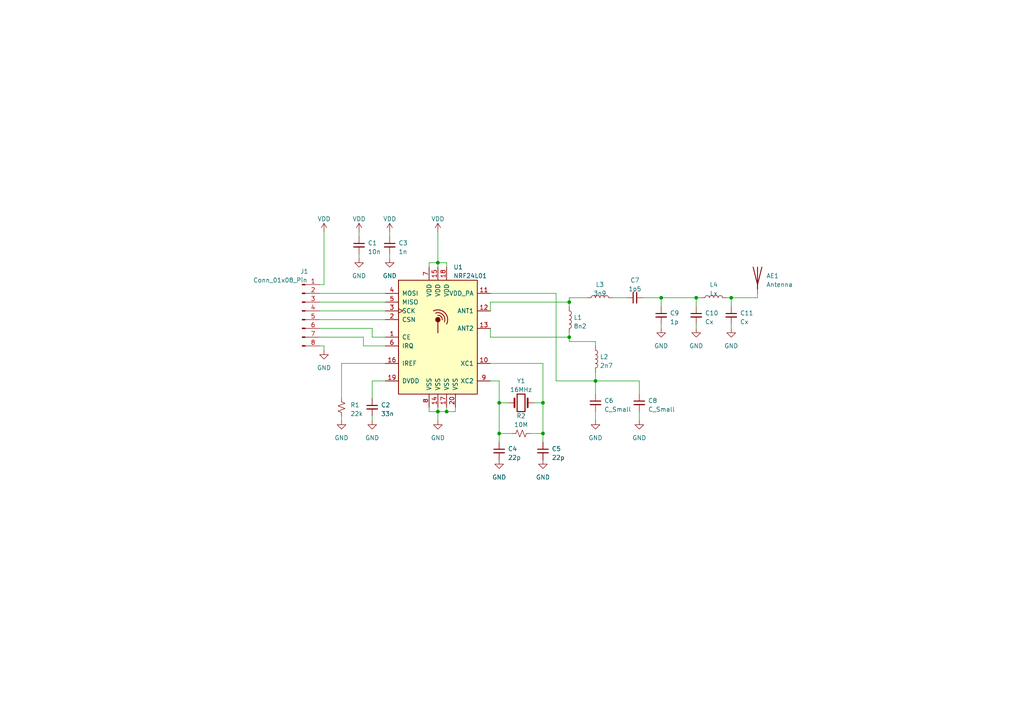
<source format=kicad_sch>
(kicad_sch (version 20230121) (generator eeschema)

  (uuid 34b90d5f-322c-461c-9384-cb1f1e3c019c)

  (paper "A4")

  (lib_symbols
    (symbol "Connector:Conn_01x08_Pin" (pin_names (offset 1.016) hide) (in_bom yes) (on_board yes)
      (property "Reference" "J" (at 0 10.16 0)
        (effects (font (size 1.27 1.27)))
      )
      (property "Value" "Conn_01x08_Pin" (at 0 -12.7 0)
        (effects (font (size 1.27 1.27)))
      )
      (property "Footprint" "" (at 0 0 0)
        (effects (font (size 1.27 1.27)) hide)
      )
      (property "Datasheet" "~" (at 0 0 0)
        (effects (font (size 1.27 1.27)) hide)
      )
      (property "ki_locked" "" (at 0 0 0)
        (effects (font (size 1.27 1.27)))
      )
      (property "ki_keywords" "connector" (at 0 0 0)
        (effects (font (size 1.27 1.27)) hide)
      )
      (property "ki_description" "Generic connector, single row, 01x08, script generated" (at 0 0 0)
        (effects (font (size 1.27 1.27)) hide)
      )
      (property "ki_fp_filters" "Connector*:*_1x??_*" (at 0 0 0)
        (effects (font (size 1.27 1.27)) hide)
      )
      (symbol "Conn_01x08_Pin_1_1"
        (polyline
          (pts
            (xy 1.27 -10.16)
            (xy 0.8636 -10.16)
          )
          (stroke (width 0.1524) (type default))
          (fill (type none))
        )
        (polyline
          (pts
            (xy 1.27 -7.62)
            (xy 0.8636 -7.62)
          )
          (stroke (width 0.1524) (type default))
          (fill (type none))
        )
        (polyline
          (pts
            (xy 1.27 -5.08)
            (xy 0.8636 -5.08)
          )
          (stroke (width 0.1524) (type default))
          (fill (type none))
        )
        (polyline
          (pts
            (xy 1.27 -2.54)
            (xy 0.8636 -2.54)
          )
          (stroke (width 0.1524) (type default))
          (fill (type none))
        )
        (polyline
          (pts
            (xy 1.27 0)
            (xy 0.8636 0)
          )
          (stroke (width 0.1524) (type default))
          (fill (type none))
        )
        (polyline
          (pts
            (xy 1.27 2.54)
            (xy 0.8636 2.54)
          )
          (stroke (width 0.1524) (type default))
          (fill (type none))
        )
        (polyline
          (pts
            (xy 1.27 5.08)
            (xy 0.8636 5.08)
          )
          (stroke (width 0.1524) (type default))
          (fill (type none))
        )
        (polyline
          (pts
            (xy 1.27 7.62)
            (xy 0.8636 7.62)
          )
          (stroke (width 0.1524) (type default))
          (fill (type none))
        )
        (rectangle (start 0.8636 -10.033) (end 0 -10.287)
          (stroke (width 0.1524) (type default))
          (fill (type outline))
        )
        (rectangle (start 0.8636 -7.493) (end 0 -7.747)
          (stroke (width 0.1524) (type default))
          (fill (type outline))
        )
        (rectangle (start 0.8636 -4.953) (end 0 -5.207)
          (stroke (width 0.1524) (type default))
          (fill (type outline))
        )
        (rectangle (start 0.8636 -2.413) (end 0 -2.667)
          (stroke (width 0.1524) (type default))
          (fill (type outline))
        )
        (rectangle (start 0.8636 0.127) (end 0 -0.127)
          (stroke (width 0.1524) (type default))
          (fill (type outline))
        )
        (rectangle (start 0.8636 2.667) (end 0 2.413)
          (stroke (width 0.1524) (type default))
          (fill (type outline))
        )
        (rectangle (start 0.8636 5.207) (end 0 4.953)
          (stroke (width 0.1524) (type default))
          (fill (type outline))
        )
        (rectangle (start 0.8636 7.747) (end 0 7.493)
          (stroke (width 0.1524) (type default))
          (fill (type outline))
        )
        (pin passive line (at 5.08 7.62 180) (length 3.81)
          (name "Pin_1" (effects (font (size 1.27 1.27))))
          (number "1" (effects (font (size 1.27 1.27))))
        )
        (pin passive line (at 5.08 5.08 180) (length 3.81)
          (name "Pin_2" (effects (font (size 1.27 1.27))))
          (number "2" (effects (font (size 1.27 1.27))))
        )
        (pin passive line (at 5.08 2.54 180) (length 3.81)
          (name "Pin_3" (effects (font (size 1.27 1.27))))
          (number "3" (effects (font (size 1.27 1.27))))
        )
        (pin passive line (at 5.08 0 180) (length 3.81)
          (name "Pin_4" (effects (font (size 1.27 1.27))))
          (number "4" (effects (font (size 1.27 1.27))))
        )
        (pin passive line (at 5.08 -2.54 180) (length 3.81)
          (name "Pin_5" (effects (font (size 1.27 1.27))))
          (number "5" (effects (font (size 1.27 1.27))))
        )
        (pin passive line (at 5.08 -5.08 180) (length 3.81)
          (name "Pin_6" (effects (font (size 1.27 1.27))))
          (number "6" (effects (font (size 1.27 1.27))))
        )
        (pin passive line (at 5.08 -7.62 180) (length 3.81)
          (name "Pin_7" (effects (font (size 1.27 1.27))))
          (number "7" (effects (font (size 1.27 1.27))))
        )
        (pin passive line (at 5.08 -10.16 180) (length 3.81)
          (name "Pin_8" (effects (font (size 1.27 1.27))))
          (number "8" (effects (font (size 1.27 1.27))))
        )
      )
    )
    (symbol "Device:Antenna" (pin_numbers hide) (pin_names (offset 1.016) hide) (in_bom yes) (on_board yes)
      (property "Reference" "AE" (at -1.905 1.905 0)
        (effects (font (size 1.27 1.27)) (justify right))
      )
      (property "Value" "Antenna" (at -1.905 0 0)
        (effects (font (size 1.27 1.27)) (justify right))
      )
      (property "Footprint" "" (at 0 0 0)
        (effects (font (size 1.27 1.27)) hide)
      )
      (property "Datasheet" "~" (at 0 0 0)
        (effects (font (size 1.27 1.27)) hide)
      )
      (property "ki_keywords" "antenna" (at 0 0 0)
        (effects (font (size 1.27 1.27)) hide)
      )
      (property "ki_description" "Antenna" (at 0 0 0)
        (effects (font (size 1.27 1.27)) hide)
      )
      (symbol "Antenna_0_1"
        (polyline
          (pts
            (xy 0 2.54)
            (xy 0 -3.81)
          )
          (stroke (width 0.254) (type default))
          (fill (type none))
        )
        (polyline
          (pts
            (xy 1.27 2.54)
            (xy 0 -2.54)
            (xy -1.27 2.54)
          )
          (stroke (width 0.254) (type default))
          (fill (type none))
        )
      )
      (symbol "Antenna_1_1"
        (pin input line (at 0 -5.08 90) (length 2.54)
          (name "A" (effects (font (size 1.27 1.27))))
          (number "1" (effects (font (size 1.27 1.27))))
        )
      )
    )
    (symbol "Device:C_Small" (pin_numbers hide) (pin_names (offset 0.254) hide) (in_bom yes) (on_board yes)
      (property "Reference" "C" (at 0.254 1.778 0)
        (effects (font (size 1.27 1.27)) (justify left))
      )
      (property "Value" "C_Small" (at 0.254 -2.032 0)
        (effects (font (size 1.27 1.27)) (justify left))
      )
      (property "Footprint" "" (at 0 0 0)
        (effects (font (size 1.27 1.27)) hide)
      )
      (property "Datasheet" "~" (at 0 0 0)
        (effects (font (size 1.27 1.27)) hide)
      )
      (property "ki_keywords" "capacitor cap" (at 0 0 0)
        (effects (font (size 1.27 1.27)) hide)
      )
      (property "ki_description" "Unpolarized capacitor, small symbol" (at 0 0 0)
        (effects (font (size 1.27 1.27)) hide)
      )
      (property "ki_fp_filters" "C_*" (at 0 0 0)
        (effects (font (size 1.27 1.27)) hide)
      )
      (symbol "C_Small_0_1"
        (polyline
          (pts
            (xy -1.524 -0.508)
            (xy 1.524 -0.508)
          )
          (stroke (width 0.3302) (type default))
          (fill (type none))
        )
        (polyline
          (pts
            (xy -1.524 0.508)
            (xy 1.524 0.508)
          )
          (stroke (width 0.3048) (type default))
          (fill (type none))
        )
      )
      (symbol "C_Small_1_1"
        (pin passive line (at 0 2.54 270) (length 2.032)
          (name "~" (effects (font (size 1.27 1.27))))
          (number "1" (effects (font (size 1.27 1.27))))
        )
        (pin passive line (at 0 -2.54 90) (length 2.032)
          (name "~" (effects (font (size 1.27 1.27))))
          (number "2" (effects (font (size 1.27 1.27))))
        )
      )
    )
    (symbol "Device:Crystal" (pin_numbers hide) (pin_names (offset 1.016) hide) (in_bom yes) (on_board yes)
      (property "Reference" "Y" (at 0 3.81 0)
        (effects (font (size 1.27 1.27)))
      )
      (property "Value" "Crystal" (at 0 -3.81 0)
        (effects (font (size 1.27 1.27)))
      )
      (property "Footprint" "" (at 0 0 0)
        (effects (font (size 1.27 1.27)) hide)
      )
      (property "Datasheet" "~" (at 0 0 0)
        (effects (font (size 1.27 1.27)) hide)
      )
      (property "ki_keywords" "quartz ceramic resonator oscillator" (at 0 0 0)
        (effects (font (size 1.27 1.27)) hide)
      )
      (property "ki_description" "Two pin crystal" (at 0 0 0)
        (effects (font (size 1.27 1.27)) hide)
      )
      (property "ki_fp_filters" "Crystal*" (at 0 0 0)
        (effects (font (size 1.27 1.27)) hide)
      )
      (symbol "Crystal_0_1"
        (rectangle (start -1.143 2.54) (end 1.143 -2.54)
          (stroke (width 0.3048) (type default))
          (fill (type none))
        )
        (polyline
          (pts
            (xy -2.54 0)
            (xy -1.905 0)
          )
          (stroke (width 0) (type default))
          (fill (type none))
        )
        (polyline
          (pts
            (xy -1.905 -1.27)
            (xy -1.905 1.27)
          )
          (stroke (width 0.508) (type default))
          (fill (type none))
        )
        (polyline
          (pts
            (xy 1.905 -1.27)
            (xy 1.905 1.27)
          )
          (stroke (width 0.508) (type default))
          (fill (type none))
        )
        (polyline
          (pts
            (xy 2.54 0)
            (xy 1.905 0)
          )
          (stroke (width 0) (type default))
          (fill (type none))
        )
      )
      (symbol "Crystal_1_1"
        (pin passive line (at -3.81 0 0) (length 1.27)
          (name "1" (effects (font (size 1.27 1.27))))
          (number "1" (effects (font (size 1.27 1.27))))
        )
        (pin passive line (at 3.81 0 180) (length 1.27)
          (name "2" (effects (font (size 1.27 1.27))))
          (number "2" (effects (font (size 1.27 1.27))))
        )
      )
    )
    (symbol "Device:L" (pin_numbers hide) (pin_names (offset 1.016) hide) (in_bom yes) (on_board yes)
      (property "Reference" "L" (at -1.27 0 90)
        (effects (font (size 1.27 1.27)))
      )
      (property "Value" "L" (at 1.905 0 90)
        (effects (font (size 1.27 1.27)))
      )
      (property "Footprint" "" (at 0 0 0)
        (effects (font (size 1.27 1.27)) hide)
      )
      (property "Datasheet" "~" (at 0 0 0)
        (effects (font (size 1.27 1.27)) hide)
      )
      (property "ki_keywords" "inductor choke coil reactor magnetic" (at 0 0 0)
        (effects (font (size 1.27 1.27)) hide)
      )
      (property "ki_description" "Inductor" (at 0 0 0)
        (effects (font (size 1.27 1.27)) hide)
      )
      (property "ki_fp_filters" "Choke_* *Coil* Inductor_* L_*" (at 0 0 0)
        (effects (font (size 1.27 1.27)) hide)
      )
      (symbol "L_0_1"
        (arc (start 0 -2.54) (mid 0.6323 -1.905) (end 0 -1.27)
          (stroke (width 0) (type default))
          (fill (type none))
        )
        (arc (start 0 -1.27) (mid 0.6323 -0.635) (end 0 0)
          (stroke (width 0) (type default))
          (fill (type none))
        )
        (arc (start 0 0) (mid 0.6323 0.635) (end 0 1.27)
          (stroke (width 0) (type default))
          (fill (type none))
        )
        (arc (start 0 1.27) (mid 0.6323 1.905) (end 0 2.54)
          (stroke (width 0) (type default))
          (fill (type none))
        )
      )
      (symbol "L_1_1"
        (pin passive line (at 0 3.81 270) (length 1.27)
          (name "1" (effects (font (size 1.27 1.27))))
          (number "1" (effects (font (size 1.27 1.27))))
        )
        (pin passive line (at 0 -3.81 90) (length 1.27)
          (name "2" (effects (font (size 1.27 1.27))))
          (number "2" (effects (font (size 1.27 1.27))))
        )
      )
    )
    (symbol "Device:R_Small_US" (pin_numbers hide) (pin_names (offset 0.254) hide) (in_bom yes) (on_board yes)
      (property "Reference" "R" (at 0.762 0.508 0)
        (effects (font (size 1.27 1.27)) (justify left))
      )
      (property "Value" "R_Small_US" (at 0.762 -1.016 0)
        (effects (font (size 1.27 1.27)) (justify left))
      )
      (property "Footprint" "" (at 0 0 0)
        (effects (font (size 1.27 1.27)) hide)
      )
      (property "Datasheet" "~" (at 0 0 0)
        (effects (font (size 1.27 1.27)) hide)
      )
      (property "ki_keywords" "r resistor" (at 0 0 0)
        (effects (font (size 1.27 1.27)) hide)
      )
      (property "ki_description" "Resistor, small US symbol" (at 0 0 0)
        (effects (font (size 1.27 1.27)) hide)
      )
      (property "ki_fp_filters" "R_*" (at 0 0 0)
        (effects (font (size 1.27 1.27)) hide)
      )
      (symbol "R_Small_US_1_1"
        (polyline
          (pts
            (xy 0 0)
            (xy 1.016 -0.381)
            (xy 0 -0.762)
            (xy -1.016 -1.143)
            (xy 0 -1.524)
          )
          (stroke (width 0) (type default))
          (fill (type none))
        )
        (polyline
          (pts
            (xy 0 1.524)
            (xy 1.016 1.143)
            (xy 0 0.762)
            (xy -1.016 0.381)
            (xy 0 0)
          )
          (stroke (width 0) (type default))
          (fill (type none))
        )
        (pin passive line (at 0 2.54 270) (length 1.016)
          (name "~" (effects (font (size 1.27 1.27))))
          (number "1" (effects (font (size 1.27 1.27))))
        )
        (pin passive line (at 0 -2.54 90) (length 1.016)
          (name "~" (effects (font (size 1.27 1.27))))
          (number "2" (effects (font (size 1.27 1.27))))
        )
      )
    )
    (symbol "RF:NRF24L01" (pin_names (offset 1.016)) (in_bom yes) (on_board yes)
      (property "Reference" "U" (at -11.43 17.78 0)
        (effects (font (size 1.27 1.27)) (justify left))
      )
      (property "Value" "NRF24L01" (at 5.08 17.78 0)
        (effects (font (size 1.27 1.27)) (justify left))
      )
      (property "Footprint" "Package_DFN_QFN:QFN-20-1EP_4x4mm_P0.5mm_EP2.5x2.5mm" (at 5.08 20.32 0)
        (effects (font (size 1.27 1.27) italic) (justify left) hide)
      )
      (property "Datasheet" "http://www.nordicsemi.com/eng/content/download/2730/34105/file/nRF24L01_Product_Specification_v2_0.pdf" (at 0 2.54 0)
        (effects (font (size 1.27 1.27)) hide)
      )
      (property "ki_keywords" "Low Power RF Transceiver" (at 0 0 0)
        (effects (font (size 1.27 1.27)) hide)
      )
      (property "ki_description" "Ultra low power 2.4GHz RF Transceiver, QFN-20" (at 0 0 0)
        (effects (font (size 1.27 1.27)) hide)
      )
      (property "ki_fp_filters" "QFN*4x4*0.5mm*" (at 0 0 0)
        (effects (font (size 1.27 1.27)) hide)
      )
      (symbol "NRF24L01_0_1"
        (rectangle (start -11.43 16.51) (end 11.43 -16.51)
          (stroke (width 0.254) (type default))
          (fill (type background))
        )
        (polyline
          (pts
            (xy 0 4.445)
            (xy 0 1.27)
          )
          (stroke (width 0.254) (type default))
          (fill (type none))
        )
        (circle (center 0 5.08) (radius 0.635)
          (stroke (width 0.254) (type default))
          (fill (type outline))
        )
        (arc (start 1.27 5.08) (mid 0.9071 5.9946) (end 0 6.35)
          (stroke (width 0.254) (type default))
          (fill (type none))
        )
        (arc (start 1.905 4.445) (mid 1.4313 6.5254) (end -0.635 6.985)
          (stroke (width 0.254) (type default))
          (fill (type none))
        )
        (arc (start 2.54 3.81) (mid 2.008 7.088) (end -1.27 7.62)
          (stroke (width 0.254) (type default))
          (fill (type none))
        )
        (rectangle (start 11.43 -13.97) (end 11.43 -13.97)
          (stroke (width 0) (type default))
          (fill (type none))
        )
      )
      (symbol "NRF24L01_1_1"
        (pin input line (at -15.24 0 0) (length 3.81)
          (name "CE" (effects (font (size 1.27 1.27))))
          (number "1" (effects (font (size 1.27 1.27))))
        )
        (pin passive line (at 15.24 -7.62 180) (length 3.81)
          (name "XC1" (effects (font (size 1.27 1.27))))
          (number "10" (effects (font (size 1.27 1.27))))
        )
        (pin power_out line (at 15.24 12.7 180) (length 3.81)
          (name "VDD_PA" (effects (font (size 1.27 1.27))))
          (number "11" (effects (font (size 1.27 1.27))))
        )
        (pin passive line (at 15.24 7.62 180) (length 3.81)
          (name "ANT1" (effects (font (size 1.27 1.27))))
          (number "12" (effects (font (size 1.27 1.27))))
        )
        (pin passive line (at 15.24 2.54 180) (length 3.81)
          (name "ANT2" (effects (font (size 1.27 1.27))))
          (number "13" (effects (font (size 1.27 1.27))))
        )
        (pin power_in line (at 0 -20.32 90) (length 3.81)
          (name "VSS" (effects (font (size 1.27 1.27))))
          (number "14" (effects (font (size 1.27 1.27))))
        )
        (pin power_in line (at 0 20.32 270) (length 3.81)
          (name "VDD" (effects (font (size 1.27 1.27))))
          (number "15" (effects (font (size 1.27 1.27))))
        )
        (pin passive line (at -15.24 -7.62 0) (length 3.81)
          (name "IREF" (effects (font (size 1.27 1.27))))
          (number "16" (effects (font (size 1.27 1.27))))
        )
        (pin power_in line (at 2.54 -20.32 90) (length 3.81)
          (name "VSS" (effects (font (size 1.27 1.27))))
          (number "17" (effects (font (size 1.27 1.27))))
        )
        (pin power_in line (at 2.54 20.32 270) (length 3.81)
          (name "VDD" (effects (font (size 1.27 1.27))))
          (number "18" (effects (font (size 1.27 1.27))))
        )
        (pin power_out line (at -15.24 -12.7 0) (length 3.81)
          (name "DVDD" (effects (font (size 1.27 1.27))))
          (number "19" (effects (font (size 1.27 1.27))))
        )
        (pin input line (at -15.24 5.08 0) (length 3.81)
          (name "CSN" (effects (font (size 1.27 1.27))))
          (number "2" (effects (font (size 1.27 1.27))))
        )
        (pin power_in line (at 5.08 -20.32 90) (length 3.81)
          (name "VSS" (effects (font (size 1.27 1.27))))
          (number "20" (effects (font (size 1.27 1.27))))
        )
        (pin input clock (at -15.24 7.62 0) (length 3.81)
          (name "SCK" (effects (font (size 1.27 1.27))))
          (number "3" (effects (font (size 1.27 1.27))))
        )
        (pin input line (at -15.24 12.7 0) (length 3.81)
          (name "MOSI" (effects (font (size 1.27 1.27))))
          (number "4" (effects (font (size 1.27 1.27))))
        )
        (pin output line (at -15.24 10.16 0) (length 3.81)
          (name "MISO" (effects (font (size 1.27 1.27))))
          (number "5" (effects (font (size 1.27 1.27))))
        )
        (pin output line (at -15.24 -2.54 0) (length 3.81)
          (name "IRQ" (effects (font (size 1.27 1.27))))
          (number "6" (effects (font (size 1.27 1.27))))
        )
        (pin power_in line (at -2.54 20.32 270) (length 3.81)
          (name "VDD" (effects (font (size 1.27 1.27))))
          (number "7" (effects (font (size 1.27 1.27))))
        )
        (pin power_in line (at -2.54 -20.32 90) (length 3.81)
          (name "VSS" (effects (font (size 1.27 1.27))))
          (number "8" (effects (font (size 1.27 1.27))))
        )
        (pin passive line (at 15.24 -12.7 180) (length 3.81)
          (name "XC2" (effects (font (size 1.27 1.27))))
          (number "9" (effects (font (size 1.27 1.27))))
        )
      )
    )
    (symbol "power:GND" (power) (pin_names (offset 0)) (in_bom yes) (on_board yes)
      (property "Reference" "#PWR" (at 0 -6.35 0)
        (effects (font (size 1.27 1.27)) hide)
      )
      (property "Value" "GND" (at 0 -3.81 0)
        (effects (font (size 1.27 1.27)))
      )
      (property "Footprint" "" (at 0 0 0)
        (effects (font (size 1.27 1.27)) hide)
      )
      (property "Datasheet" "" (at 0 0 0)
        (effects (font (size 1.27 1.27)) hide)
      )
      (property "ki_keywords" "global power" (at 0 0 0)
        (effects (font (size 1.27 1.27)) hide)
      )
      (property "ki_description" "Power symbol creates a global label with name \"GND\" , ground" (at 0 0 0)
        (effects (font (size 1.27 1.27)) hide)
      )
      (symbol "GND_0_1"
        (polyline
          (pts
            (xy 0 0)
            (xy 0 -1.27)
            (xy 1.27 -1.27)
            (xy 0 -2.54)
            (xy -1.27 -1.27)
            (xy 0 -1.27)
          )
          (stroke (width 0) (type default))
          (fill (type none))
        )
      )
      (symbol "GND_1_1"
        (pin power_in line (at 0 0 270) (length 0) hide
          (name "GND" (effects (font (size 1.27 1.27))))
          (number "1" (effects (font (size 1.27 1.27))))
        )
      )
    )
    (symbol "power:VDD" (power) (pin_names (offset 0)) (in_bom yes) (on_board yes)
      (property "Reference" "#PWR" (at 0 -3.81 0)
        (effects (font (size 1.27 1.27)) hide)
      )
      (property "Value" "VDD" (at 0 3.81 0)
        (effects (font (size 1.27 1.27)))
      )
      (property "Footprint" "" (at 0 0 0)
        (effects (font (size 1.27 1.27)) hide)
      )
      (property "Datasheet" "" (at 0 0 0)
        (effects (font (size 1.27 1.27)) hide)
      )
      (property "ki_keywords" "global power" (at 0 0 0)
        (effects (font (size 1.27 1.27)) hide)
      )
      (property "ki_description" "Power symbol creates a global label with name \"VDD\"" (at 0 0 0)
        (effects (font (size 1.27 1.27)) hide)
      )
      (symbol "VDD_0_1"
        (polyline
          (pts
            (xy -0.762 1.27)
            (xy 0 2.54)
          )
          (stroke (width 0) (type default))
          (fill (type none))
        )
        (polyline
          (pts
            (xy 0 0)
            (xy 0 2.54)
          )
          (stroke (width 0) (type default))
          (fill (type none))
        )
        (polyline
          (pts
            (xy 0 2.54)
            (xy 0.762 1.27)
          )
          (stroke (width 0) (type default))
          (fill (type none))
        )
      )
      (symbol "VDD_1_1"
        (pin power_in line (at 0 0 90) (length 0) hide
          (name "VDD" (effects (font (size 1.27 1.27))))
          (number "1" (effects (font (size 1.27 1.27))))
        )
      )
    )
  )

  (junction (at 165.1 97.79) (diameter 0) (color 0 0 0 0)
    (uuid 3c5017fc-8186-4ddf-ab12-32de971cf0cb)
  )
  (junction (at 129.54 119.38) (diameter 0) (color 0 0 0 0)
    (uuid 3d7163d7-9b9e-4c9c-a075-a025935edc40)
  )
  (junction (at 127 119.38) (diameter 0) (color 0 0 0 0)
    (uuid 74f80b59-9f59-44c1-be22-e099e84caa51)
  )
  (junction (at 157.48 125.73) (diameter 0) (color 0 0 0 0)
    (uuid 78658f4d-4645-4c55-a960-8c050f694857)
  )
  (junction (at 157.48 116.84) (diameter 0) (color 0 0 0 0)
    (uuid 7e6efd92-a71c-4b7e-b15a-03f851a24fca)
  )
  (junction (at 165.1 87.63) (diameter 0) (color 0 0 0 0)
    (uuid 97992912-d484-47fb-bf2b-1ea2e8c0b9c7)
  )
  (junction (at 172.72 110.49) (diameter 0) (color 0 0 0 0)
    (uuid 9fd7e0fa-85aa-4b95-b8b4-f5b00d03c8ab)
  )
  (junction (at 127 76.2) (diameter 0) (color 0 0 0 0)
    (uuid a2954ab2-6b72-4932-861c-0b11eba9ccdc)
  )
  (junction (at 201.93 86.36) (diameter 0) (color 0 0 0 0)
    (uuid aad9a77f-1388-4fc9-8025-8cada9f5ae08)
  )
  (junction (at 144.78 116.84) (diameter 0) (color 0 0 0 0)
    (uuid b3985e38-8bb5-4a38-931c-d4e486eeef5e)
  )
  (junction (at 144.78 125.73) (diameter 0) (color 0 0 0 0)
    (uuid bb723fbc-b905-45a9-a418-1ae8c39310e1)
  )
  (junction (at 212.09 86.36) (diameter 0) (color 0 0 0 0)
    (uuid d41b56d8-afbe-4931-a344-423e348abf59)
  )
  (junction (at 191.77 86.36) (diameter 0) (color 0 0 0 0)
    (uuid f298661e-7575-435c-a300-88780f519c8c)
  )

  (wire (pts (xy 107.95 110.49) (xy 107.95 115.57))
    (stroke (width 0) (type default))
    (uuid 04130e72-fb22-4cad-b2d1-21fa0c16d770)
  )
  (wire (pts (xy 127 118.11) (xy 127 119.38))
    (stroke (width 0) (type default))
    (uuid 062a75be-8f56-410d-821b-d7765dba8db4)
  )
  (wire (pts (xy 212.09 86.36) (xy 212.09 88.9))
    (stroke (width 0) (type default))
    (uuid 0a78232e-047d-408a-b737-56a10468a31f)
  )
  (wire (pts (xy 124.46 77.47) (xy 124.46 76.2))
    (stroke (width 0) (type default))
    (uuid 0c9ea662-4871-4776-b1a1-1de99d560010)
  )
  (wire (pts (xy 172.72 119.38) (xy 172.72 121.92))
    (stroke (width 0) (type default))
    (uuid 0ec2ab4e-0f16-4c3c-a265-45187b9560dd)
  )
  (wire (pts (xy 172.72 110.49) (xy 172.72 114.3))
    (stroke (width 0) (type default))
    (uuid 10dcf583-f4a3-4edc-823d-58c1a1345b0b)
  )
  (wire (pts (xy 111.76 100.33) (xy 105.41 100.33))
    (stroke (width 0) (type default))
    (uuid 132a0f93-c02c-4cba-b50d-76ee2420881b)
  )
  (wire (pts (xy 157.48 116.84) (xy 157.48 125.73))
    (stroke (width 0) (type default))
    (uuid 14a78488-da4a-47b7-871a-a810b6ca47d0)
  )
  (wire (pts (xy 142.24 85.09) (xy 161.29 85.09))
    (stroke (width 0) (type default))
    (uuid 1623a9da-86a7-4ab6-89f1-985e5c2acf9b)
  )
  (wire (pts (xy 212.09 93.98) (xy 212.09 95.25))
    (stroke (width 0) (type default))
    (uuid 19814aa8-182a-40ec-bf7f-ddb557ec81d0)
  )
  (wire (pts (xy 144.78 125.73) (xy 144.78 128.27))
    (stroke (width 0) (type default))
    (uuid 1bbcc85b-648b-4d6b-9ba9-5f9fbc8cb801)
  )
  (wire (pts (xy 144.78 110.49) (xy 144.78 116.84))
    (stroke (width 0) (type default))
    (uuid 206bfb2f-290b-419d-8a99-b7234315361b)
  )
  (wire (pts (xy 92.71 92.71) (xy 111.76 92.71))
    (stroke (width 0) (type default))
    (uuid 20a2f57f-2122-4559-9aad-858af8ff6b29)
  )
  (wire (pts (xy 142.24 97.79) (xy 165.1 97.79))
    (stroke (width 0) (type default))
    (uuid 238c0e12-24a8-4cd5-b86b-01bfc44a9f74)
  )
  (wire (pts (xy 104.14 73.66) (xy 104.14 74.93))
    (stroke (width 0) (type default))
    (uuid 24dbfc8b-29e2-4dd3-b22f-ba4ffb607c39)
  )
  (wire (pts (xy 124.46 118.11) (xy 124.46 119.38))
    (stroke (width 0) (type default))
    (uuid 2d106d4a-3462-40fc-85da-398d280333d5)
  )
  (wire (pts (xy 129.54 77.47) (xy 129.54 76.2))
    (stroke (width 0) (type default))
    (uuid 2d5d6283-34c2-4b20-b1ad-93296edd87b6)
  )
  (wire (pts (xy 129.54 118.11) (xy 129.54 119.38))
    (stroke (width 0) (type default))
    (uuid 38479f62-7044-45f1-9382-aedcf7a89731)
  )
  (wire (pts (xy 124.46 76.2) (xy 127 76.2))
    (stroke (width 0) (type default))
    (uuid 40be3648-bc19-4e75-9df0-fe1ac6967b64)
  )
  (wire (pts (xy 127 119.38) (xy 127 121.92))
    (stroke (width 0) (type default))
    (uuid 42af57b7-39a0-449f-9c63-58f0e8eb246a)
  )
  (wire (pts (xy 161.29 85.09) (xy 161.29 110.49))
    (stroke (width 0) (type default))
    (uuid 4bd92c3d-691e-4e8f-95c7-15afaa3ae833)
  )
  (wire (pts (xy 144.78 116.84) (xy 144.78 125.73))
    (stroke (width 0) (type default))
    (uuid 4f96b225-857b-4f6b-9a37-04e4009ce87e)
  )
  (wire (pts (xy 132.08 119.38) (xy 132.08 118.11))
    (stroke (width 0) (type default))
    (uuid 4f98cc6b-537a-4643-bfda-04c130c2bb6f)
  )
  (wire (pts (xy 185.42 110.49) (xy 172.72 110.49))
    (stroke (width 0) (type default))
    (uuid 525528a6-f785-4fe9-bb3a-fcf88b4a3645)
  )
  (wire (pts (xy 172.72 100.33) (xy 172.72 99.06))
    (stroke (width 0) (type default))
    (uuid 57b87eb5-c96e-4218-a2e3-19ca9be567d2)
  )
  (wire (pts (xy 99.06 105.41) (xy 99.06 115.57))
    (stroke (width 0) (type default))
    (uuid 5f3d27a3-2b15-4e33-9459-e18edaf3d171)
  )
  (wire (pts (xy 191.77 86.36) (xy 201.93 86.36))
    (stroke (width 0) (type default))
    (uuid 61c8eb58-dc06-468a-a3b1-f32dba96b37f)
  )
  (wire (pts (xy 93.98 67.31) (xy 93.98 82.55))
    (stroke (width 0) (type default))
    (uuid 696c7c29-226e-4ba7-9642-720026e88e1a)
  )
  (wire (pts (xy 144.78 116.84) (xy 147.32 116.84))
    (stroke (width 0) (type default))
    (uuid 6f6a38f8-21e6-4910-af8c-617748447a61)
  )
  (wire (pts (xy 111.76 110.49) (xy 107.95 110.49))
    (stroke (width 0) (type default))
    (uuid 74732fa1-6958-4287-ad1e-7ef3e73a0978)
  )
  (wire (pts (xy 142.24 87.63) (xy 165.1 87.63))
    (stroke (width 0) (type default))
    (uuid 7a9c3286-2ffd-4b8c-8a15-f185c23e19cf)
  )
  (wire (pts (xy 157.48 105.41) (xy 157.48 116.84))
    (stroke (width 0) (type default))
    (uuid 7bf02b3f-7a2a-4073-8652-700cacff5cc2)
  )
  (wire (pts (xy 92.71 100.33) (xy 93.98 100.33))
    (stroke (width 0) (type default))
    (uuid 7e033f24-5e0e-4bf0-9fab-7377e460a6f4)
  )
  (wire (pts (xy 104.14 67.31) (xy 104.14 68.58))
    (stroke (width 0) (type default))
    (uuid 81affa82-e91d-4cb3-975f-2a84c397ba89)
  )
  (wire (pts (xy 99.06 120.65) (xy 99.06 121.92))
    (stroke (width 0) (type default))
    (uuid 849c36c4-25e2-406e-aaae-a807d2f327f1)
  )
  (wire (pts (xy 142.24 105.41) (xy 157.48 105.41))
    (stroke (width 0) (type default))
    (uuid 851d1fa9-573c-45b1-b1b0-79bb50fa5838)
  )
  (wire (pts (xy 92.71 90.17) (xy 111.76 90.17))
    (stroke (width 0) (type default))
    (uuid 87f1c9c3-c0ee-4cc9-bbdf-abad1bb06e3f)
  )
  (wire (pts (xy 191.77 95.25) (xy 191.77 93.98))
    (stroke (width 0) (type default))
    (uuid 8d9436d0-0c18-45d3-a889-04c53dd70193)
  )
  (wire (pts (xy 185.42 119.38) (xy 185.42 121.92))
    (stroke (width 0) (type default))
    (uuid 9a96a6c9-182e-4cf6-8015-577de1f5fac7)
  )
  (wire (pts (xy 165.1 86.36) (xy 165.1 87.63))
    (stroke (width 0) (type default))
    (uuid 9c59ebbb-fb81-48d9-b7e2-204e15a1d157)
  )
  (wire (pts (xy 170.18 86.36) (xy 165.1 86.36))
    (stroke (width 0) (type default))
    (uuid a512954e-7969-4f0c-9cc7-1ac898073d52)
  )
  (wire (pts (xy 165.1 97.79) (xy 165.1 96.52))
    (stroke (width 0) (type default))
    (uuid a5534c01-a603-4fcb-9e22-87364a8e7133)
  )
  (wire (pts (xy 154.94 116.84) (xy 157.48 116.84))
    (stroke (width 0) (type default))
    (uuid a6c0c768-42a9-4e2f-8675-1742011d96a0)
  )
  (wire (pts (xy 161.29 110.49) (xy 172.72 110.49))
    (stroke (width 0) (type default))
    (uuid a9baa554-a1fd-42d5-a707-91f81742120c)
  )
  (wire (pts (xy 172.72 99.06) (xy 165.1 99.06))
    (stroke (width 0) (type default))
    (uuid ae223311-4276-4a7f-838c-cc606ded2159)
  )
  (wire (pts (xy 92.71 95.25) (xy 107.95 95.25))
    (stroke (width 0) (type default))
    (uuid b0d486cd-8691-40d1-90db-87639112578a)
  )
  (wire (pts (xy 157.48 125.73) (xy 157.48 128.27))
    (stroke (width 0) (type default))
    (uuid b2ad905f-e202-4ea6-b709-5992adae1eef)
  )
  (wire (pts (xy 93.98 100.33) (xy 93.98 101.6))
    (stroke (width 0) (type default))
    (uuid b42d7b15-fc85-4a3b-8713-0348c7ee93e6)
  )
  (wire (pts (xy 191.77 86.36) (xy 191.77 88.9))
    (stroke (width 0) (type default))
    (uuid b6b12513-39a5-448a-899a-b9cd8ac32651)
  )
  (wire (pts (xy 107.95 97.79) (xy 111.76 97.79))
    (stroke (width 0) (type default))
    (uuid bc8fc625-16bf-4dfa-b858-10b65dd9993e)
  )
  (wire (pts (xy 142.24 110.49) (xy 144.78 110.49))
    (stroke (width 0) (type default))
    (uuid bf109784-132f-41ce-a405-ef85fbc09cae)
  )
  (wire (pts (xy 127 119.38) (xy 129.54 119.38))
    (stroke (width 0) (type default))
    (uuid c5f45482-83f7-4887-b970-981941e6bc10)
  )
  (wire (pts (xy 92.71 85.09) (xy 111.76 85.09))
    (stroke (width 0) (type default))
    (uuid c96cfb92-a967-445c-b29b-8012e3b63c6b)
  )
  (wire (pts (xy 142.24 90.17) (xy 142.24 87.63))
    (stroke (width 0) (type default))
    (uuid ca7e6acf-a38e-4f3e-aa24-60e1b6a7fca2)
  )
  (wire (pts (xy 219.71 85.09) (xy 219.71 86.36))
    (stroke (width 0) (type default))
    (uuid cb742712-a919-40d6-a74a-40ffb80b8524)
  )
  (wire (pts (xy 142.24 95.25) (xy 142.24 97.79))
    (stroke (width 0) (type default))
    (uuid cc359b0a-3990-4bf6-ad19-59baf4535a9e)
  )
  (wire (pts (xy 105.41 100.33) (xy 105.41 97.79))
    (stroke (width 0) (type default))
    (uuid ccf32986-d203-43e0-a6c1-aae7d40fa131)
  )
  (wire (pts (xy 210.82 86.36) (xy 212.09 86.36))
    (stroke (width 0) (type default))
    (uuid ce270cb0-4c09-44c9-a2d7-c9a0e76666ac)
  )
  (wire (pts (xy 93.98 82.55) (xy 92.71 82.55))
    (stroke (width 0) (type default))
    (uuid d0ec63fe-1704-4e3d-a54a-9dc63521db52)
  )
  (wire (pts (xy 172.72 107.95) (xy 172.72 110.49))
    (stroke (width 0) (type default))
    (uuid d20ac550-f890-4f58-88d8-fd70442750cd)
  )
  (wire (pts (xy 111.76 105.41) (xy 99.06 105.41))
    (stroke (width 0) (type default))
    (uuid d234996a-164d-4053-986c-25a460d2bda4)
  )
  (wire (pts (xy 107.95 120.65) (xy 107.95 121.92))
    (stroke (width 0) (type default))
    (uuid d448183d-6e96-42b1-a5c7-834cf775c13a)
  )
  (wire (pts (xy 124.46 119.38) (xy 127 119.38))
    (stroke (width 0) (type default))
    (uuid d6eaca72-5da5-4561-8bd3-556d5e24a0f3)
  )
  (wire (pts (xy 144.78 125.73) (xy 148.59 125.73))
    (stroke (width 0) (type default))
    (uuid d759e25b-8050-4a7a-bf30-a0fd01960eda)
  )
  (wire (pts (xy 186.69 86.36) (xy 191.77 86.36))
    (stroke (width 0) (type default))
    (uuid d817be46-c2e4-4c90-b58b-e74b385480c9)
  )
  (wire (pts (xy 153.67 125.73) (xy 157.48 125.73))
    (stroke (width 0) (type default))
    (uuid da16e357-c451-4bc3-8e4f-2da1717fd612)
  )
  (wire (pts (xy 92.71 97.79) (xy 105.41 97.79))
    (stroke (width 0) (type default))
    (uuid def49f88-23bf-4cb5-8bd9-e0a6268af2ef)
  )
  (wire (pts (xy 127 76.2) (xy 127 77.47))
    (stroke (width 0) (type default))
    (uuid e407a9b8-116e-4171-99f3-8517631274f6)
  )
  (wire (pts (xy 92.71 87.63) (xy 111.76 87.63))
    (stroke (width 0) (type default))
    (uuid e4d52563-73e3-4920-85a5-f5a583105601)
  )
  (wire (pts (xy 129.54 76.2) (xy 127 76.2))
    (stroke (width 0) (type default))
    (uuid e5156471-c41e-44ac-9a90-b4fb25a007ad)
  )
  (wire (pts (xy 203.2 86.36) (xy 201.93 86.36))
    (stroke (width 0) (type default))
    (uuid e9f9c3ef-1d38-4a4f-9863-b393e7f3d630)
  )
  (wire (pts (xy 107.95 95.25) (xy 107.95 97.79))
    (stroke (width 0) (type default))
    (uuid eb67e3c9-5406-48c3-a43c-defbcfc5d1db)
  )
  (wire (pts (xy 127 67.31) (xy 127 76.2))
    (stroke (width 0) (type default))
    (uuid ed86bc9d-2918-4fde-b238-359903337670)
  )
  (wire (pts (xy 201.93 86.36) (xy 201.93 88.9))
    (stroke (width 0) (type default))
    (uuid eed7c206-cb47-4e5e-b6b6-5188da416716)
  )
  (wire (pts (xy 177.8 86.36) (xy 181.61 86.36))
    (stroke (width 0) (type default))
    (uuid f0a006e6-c1f8-49a1-bd1d-3ff7ea997289)
  )
  (wire (pts (xy 165.1 87.63) (xy 165.1 88.9))
    (stroke (width 0) (type default))
    (uuid f14833f3-c743-4b81-b0b4-de78ec5f2716)
  )
  (wire (pts (xy 201.93 93.98) (xy 201.93 95.25))
    (stroke (width 0) (type default))
    (uuid f373c862-09ac-4c07-a94b-9a1e45b8f890)
  )
  (wire (pts (xy 113.03 67.31) (xy 113.03 68.58))
    (stroke (width 0) (type default))
    (uuid f7c0deaa-6d93-419a-9e35-b02c4b843ac4)
  )
  (wire (pts (xy 165.1 99.06) (xy 165.1 97.79))
    (stroke (width 0) (type default))
    (uuid fa705a71-fec8-40c1-99d5-c7e056b168f1)
  )
  (wire (pts (xy 113.03 73.66) (xy 113.03 74.93))
    (stroke (width 0) (type default))
    (uuid faaa73e3-9b24-4358-9558-3d598a85b4ec)
  )
  (wire (pts (xy 185.42 114.3) (xy 185.42 110.49))
    (stroke (width 0) (type default))
    (uuid fc8d612b-babf-44c1-acc7-122ff51727ec)
  )
  (wire (pts (xy 129.54 119.38) (xy 132.08 119.38))
    (stroke (width 0) (type default))
    (uuid fdc5d56e-9c3f-4468-b3cb-2e20e6111dcf)
  )
  (wire (pts (xy 212.09 86.36) (xy 219.71 86.36))
    (stroke (width 0) (type default))
    (uuid fed534b0-e15a-4169-9d38-3df2fefba14e)
  )

  (symbol (lib_id "power:VDD") (at 93.98 67.31 0) (unit 1)
    (in_bom yes) (on_board yes) (dnp no) (fields_autoplaced)
    (uuid 0b42bc9d-d6e8-4408-8536-2909842b2f0b)
    (property "Reference" "#PWR01" (at 93.98 71.12 0)
      (effects (font (size 1.27 1.27)) hide)
    )
    (property "Value" "VDD" (at 93.98 63.5 0)
      (effects (font (size 1.27 1.27)))
    )
    (property "Footprint" "" (at 93.98 67.31 0)
      (effects (font (size 1.27 1.27)) hide)
    )
    (property "Datasheet" "" (at 93.98 67.31 0)
      (effects (font (size 1.27 1.27)) hide)
    )
    (pin "1" (uuid 3c0eab2c-42fb-4249-a072-37b0dc7ffdac))
    (instances
      (project "proyecto"
        (path "/34b90d5f-322c-461c-9384-cb1f1e3c019c"
          (reference "#PWR01") (unit 1)
        )
      )
    )
  )

  (symbol (lib_id "Device:Crystal") (at 151.13 116.84 0) (unit 1)
    (in_bom yes) (on_board yes) (dnp no) (fields_autoplaced)
    (uuid 19e61676-fff4-4538-8866-7d1e8c022be9)
    (property "Reference" "Y1" (at 151.13 110.49 0)
      (effects (font (size 1.27 1.27)))
    )
    (property "Value" "16MHz" (at 151.13 113.03 0)
      (effects (font (size 1.27 1.27)))
    )
    (property "Footprint" "Crystal:Crystal_SMD_3215-2Pin_3.2x1.5mm" (at 151.13 116.84 0)
      (effects (font (size 1.27 1.27)) hide)
    )
    (property "Datasheet" "~" (at 151.13 116.84 0)
      (effects (font (size 1.27 1.27)) hide)
    )
    (pin "1" (uuid 8df317f1-225e-4b3d-b7a2-6bd79a0ba7a3))
    (pin "2" (uuid 371dc334-d87c-4390-9e28-67dc9e2bfa6b))
    (instances
      (project "proyecto"
        (path "/34b90d5f-322c-461c-9384-cb1f1e3c019c"
          (reference "Y1") (unit 1)
        )
      )
    )
  )

  (symbol (lib_id "Device:C_Small") (at 144.78 130.81 0) (unit 1)
    (in_bom yes) (on_board yes) (dnp no) (fields_autoplaced)
    (uuid 1a047e6a-ddfe-402e-a4a7-f688346a05f1)
    (property "Reference" "C4" (at 147.32 130.1813 0)
      (effects (font (size 1.27 1.27)) (justify left))
    )
    (property "Value" "22p" (at 147.32 132.7213 0)
      (effects (font (size 1.27 1.27)) (justify left))
    )
    (property "Footprint" "Capacitor_SMD:C_0402_1005Metric" (at 144.78 130.81 0)
      (effects (font (size 1.27 1.27)) hide)
    )
    (property "Datasheet" "~" (at 144.78 130.81 0)
      (effects (font (size 1.27 1.27)) hide)
    )
    (pin "1" (uuid daa03fbd-add5-4e70-af67-a631f2c60c1e))
    (pin "2" (uuid 7e9b768c-533f-4021-99ea-89c5a36020f5))
    (instances
      (project "proyecto"
        (path "/34b90d5f-322c-461c-9384-cb1f1e3c019c"
          (reference "C4") (unit 1)
        )
      )
    )
  )

  (symbol (lib_id "Device:L") (at 172.72 104.14 0) (unit 1)
    (in_bom yes) (on_board yes) (dnp no) (fields_autoplaced)
    (uuid 1c100d61-6d3a-46e7-bc36-4829da195b77)
    (property "Reference" "L2" (at 173.99 103.505 0)
      (effects (font (size 1.27 1.27)) (justify left))
    )
    (property "Value" "2n7" (at 173.99 106.045 0)
      (effects (font (size 1.27 1.27)) (justify left))
    )
    (property "Footprint" "Inductor_SMD:L_0402_1005Metric" (at 172.72 104.14 0)
      (effects (font (size 1.27 1.27)) hide)
    )
    (property "Datasheet" "~" (at 172.72 104.14 0)
      (effects (font (size 1.27 1.27)) hide)
    )
    (pin "1" (uuid 1dee2220-0515-484d-b7f7-488481617297))
    (pin "2" (uuid 76f95e06-fd6f-434e-a4f6-81155ea67a45))
    (instances
      (project "proyecto"
        (path "/34b90d5f-322c-461c-9384-cb1f1e3c019c"
          (reference "L2") (unit 1)
        )
      )
    )
  )

  (symbol (lib_id "Device:C_Small") (at 191.77 91.44 0) (unit 1)
    (in_bom yes) (on_board yes) (dnp no) (fields_autoplaced)
    (uuid 20a79e2e-5357-4a13-b281-a67462f392be)
    (property "Reference" "C9" (at 194.31 90.8113 0)
      (effects (font (size 1.27 1.27)) (justify left))
    )
    (property "Value" "1p" (at 194.31 93.3513 0)
      (effects (font (size 1.27 1.27)) (justify left))
    )
    (property "Footprint" "Capacitor_SMD:C_0402_1005Metric" (at 191.77 91.44 0)
      (effects (font (size 1.27 1.27)) hide)
    )
    (property "Datasheet" "~" (at 191.77 91.44 0)
      (effects (font (size 1.27 1.27)) hide)
    )
    (pin "1" (uuid 2c60c33a-3071-4f26-88ae-4431509ebac1))
    (pin "2" (uuid e816379e-f5a5-4264-b6ba-3b5ff79fbdbc))
    (instances
      (project "proyecto"
        (path "/34b90d5f-322c-461c-9384-cb1f1e3c019c"
          (reference "C9") (unit 1)
        )
      )
    )
  )

  (symbol (lib_id "power:VDD") (at 127 67.31 0) (unit 1)
    (in_bom yes) (on_board yes) (dnp no) (fields_autoplaced)
    (uuid 2b3fea68-5920-4ec5-9a29-83d9fba75daf)
    (property "Reference" "#PWR09" (at 127 71.12 0)
      (effects (font (size 1.27 1.27)) hide)
    )
    (property "Value" "VDD" (at 127 63.5 0)
      (effects (font (size 1.27 1.27)))
    )
    (property "Footprint" "" (at 127 67.31 0)
      (effects (font (size 1.27 1.27)) hide)
    )
    (property "Datasheet" "" (at 127 67.31 0)
      (effects (font (size 1.27 1.27)) hide)
    )
    (pin "1" (uuid bcb68624-fca3-476a-ad4b-1624aad738d3))
    (instances
      (project "proyecto"
        (path "/34b90d5f-322c-461c-9384-cb1f1e3c019c"
          (reference "#PWR09") (unit 1)
        )
      )
    )
  )

  (symbol (lib_id "power:GND") (at 107.95 121.92 0) (unit 1)
    (in_bom yes) (on_board yes) (dnp no) (fields_autoplaced)
    (uuid 345e43fe-f855-425c-87cf-fada4cc97b4f)
    (property "Reference" "#PWR06" (at 107.95 128.27 0)
      (effects (font (size 1.27 1.27)) hide)
    )
    (property "Value" "GND" (at 107.95 127 0)
      (effects (font (size 1.27 1.27)))
    )
    (property "Footprint" "" (at 107.95 121.92 0)
      (effects (font (size 1.27 1.27)) hide)
    )
    (property "Datasheet" "" (at 107.95 121.92 0)
      (effects (font (size 1.27 1.27)) hide)
    )
    (pin "1" (uuid 41a7f864-4b4c-45fd-9d30-eb8bd1e14c79))
    (instances
      (project "proyecto"
        (path "/34b90d5f-322c-461c-9384-cb1f1e3c019c"
          (reference "#PWR06") (unit 1)
        )
      )
    )
  )

  (symbol (lib_id "Device:R_Small_US") (at 151.13 125.73 90) (unit 1)
    (in_bom yes) (on_board yes) (dnp no) (fields_autoplaced)
    (uuid 37d4d951-0c1f-4696-81d5-178cfe5ae7c0)
    (property "Reference" "R2" (at 151.13 120.65 90)
      (effects (font (size 1.27 1.27)))
    )
    (property "Value" "10M" (at 151.13 123.19 90)
      (effects (font (size 1.27 1.27)))
    )
    (property "Footprint" "Resistor_SMD:R_0402_1005Metric" (at 151.13 125.73 0)
      (effects (font (size 1.27 1.27)) hide)
    )
    (property "Datasheet" "~" (at 151.13 125.73 0)
      (effects (font (size 1.27 1.27)) hide)
    )
    (pin "1" (uuid 8de20997-e91b-4c92-9e70-96e8b9e37ee2))
    (pin "2" (uuid 1e525b28-cfd5-40af-843e-8f7c30b6bcb8))
    (instances
      (project "proyecto"
        (path "/34b90d5f-322c-461c-9384-cb1f1e3c019c"
          (reference "R2") (unit 1)
        )
      )
    )
  )

  (symbol (lib_id "power:GND") (at 157.48 133.35 0) (unit 1)
    (in_bom yes) (on_board yes) (dnp no) (fields_autoplaced)
    (uuid 3987c8e2-4639-425b-8f1c-63b4e1fab806)
    (property "Reference" "#PWR012" (at 157.48 139.7 0)
      (effects (font (size 1.27 1.27)) hide)
    )
    (property "Value" "GND" (at 157.48 138.43 0)
      (effects (font (size 1.27 1.27)))
    )
    (property "Footprint" "" (at 157.48 133.35 0)
      (effects (font (size 1.27 1.27)) hide)
    )
    (property "Datasheet" "" (at 157.48 133.35 0)
      (effects (font (size 1.27 1.27)) hide)
    )
    (pin "1" (uuid 4f23b493-6b79-48e5-9ee1-6e340bdcfd69))
    (instances
      (project "proyecto"
        (path "/34b90d5f-322c-461c-9384-cb1f1e3c019c"
          (reference "#PWR012") (unit 1)
        )
      )
    )
  )

  (symbol (lib_id "Device:L") (at 173.99 86.36 90) (unit 1)
    (in_bom yes) (on_board yes) (dnp no) (fields_autoplaced)
    (uuid 3fdc7316-5553-4880-8e2a-1743f2c26d06)
    (property "Reference" "L3" (at 173.99 82.55 90)
      (effects (font (size 1.27 1.27)))
    )
    (property "Value" "3n9" (at 173.99 85.09 90)
      (effects (font (size 1.27 1.27)))
    )
    (property "Footprint" "Inductor_SMD:L_0402_1005Metric" (at 173.99 86.36 0)
      (effects (font (size 1.27 1.27)) hide)
    )
    (property "Datasheet" "~" (at 173.99 86.36 0)
      (effects (font (size 1.27 1.27)) hide)
    )
    (pin "1" (uuid 7d4e20e2-6c44-417f-a4df-6a5df237fbde))
    (pin "2" (uuid 075cfed2-1652-4b8a-ace7-765ebfc70b4d))
    (instances
      (project "proyecto"
        (path "/34b90d5f-322c-461c-9384-cb1f1e3c019c"
          (reference "L3") (unit 1)
        )
      )
    )
  )

  (symbol (lib_id "power:GND") (at 99.06 121.92 0) (unit 1)
    (in_bom yes) (on_board yes) (dnp no) (fields_autoplaced)
    (uuid 443cf84b-efaa-47f4-b1eb-253fe7cd481a)
    (property "Reference" "#PWR03" (at 99.06 128.27 0)
      (effects (font (size 1.27 1.27)) hide)
    )
    (property "Value" "GND" (at 99.06 127 0)
      (effects (font (size 1.27 1.27)))
    )
    (property "Footprint" "" (at 99.06 121.92 0)
      (effects (font (size 1.27 1.27)) hide)
    )
    (property "Datasheet" "" (at 99.06 121.92 0)
      (effects (font (size 1.27 1.27)) hide)
    )
    (pin "1" (uuid 7c5c1b15-9153-4a7a-ba4e-482fcd8eaf23))
    (instances
      (project "proyecto"
        (path "/34b90d5f-322c-461c-9384-cb1f1e3c019c"
          (reference "#PWR03") (unit 1)
        )
      )
    )
  )

  (symbol (lib_id "power:VDD") (at 104.14 67.31 0) (unit 1)
    (in_bom yes) (on_board yes) (dnp no) (fields_autoplaced)
    (uuid 478819a1-a697-42f0-8d63-e36e6fbfecd9)
    (property "Reference" "#PWR04" (at 104.14 71.12 0)
      (effects (font (size 1.27 1.27)) hide)
    )
    (property "Value" "VDD" (at 104.14 63.5 0)
      (effects (font (size 1.27 1.27)))
    )
    (property "Footprint" "" (at 104.14 67.31 0)
      (effects (font (size 1.27 1.27)) hide)
    )
    (property "Datasheet" "" (at 104.14 67.31 0)
      (effects (font (size 1.27 1.27)) hide)
    )
    (pin "1" (uuid 9d1f7af9-f76c-4dbb-a1d5-c404e1ffabf1))
    (instances
      (project "proyecto"
        (path "/34b90d5f-322c-461c-9384-cb1f1e3c019c"
          (reference "#PWR04") (unit 1)
        )
      )
    )
  )

  (symbol (lib_id "Device:C_Small") (at 201.93 91.44 0) (unit 1)
    (in_bom yes) (on_board yes) (dnp no) (fields_autoplaced)
    (uuid 47b37ad6-2a64-4206-9f97-1871da5953d3)
    (property "Reference" "C10" (at 204.47 90.8113 0)
      (effects (font (size 1.27 1.27)) (justify left))
    )
    (property "Value" "Cx" (at 204.47 93.3513 0)
      (effects (font (size 1.27 1.27)) (justify left))
    )
    (property "Footprint" "Capacitor_SMD:C_0402_1005Metric" (at 201.93 91.44 0)
      (effects (font (size 1.27 1.27)) hide)
    )
    (property "Datasheet" "~" (at 201.93 91.44 0)
      (effects (font (size 1.27 1.27)) hide)
    )
    (pin "1" (uuid 9a9d80a8-231a-4ef1-a5ad-e9a44f4fc3e8))
    (pin "2" (uuid cdf329bd-78b7-408c-814b-021f45414c50))
    (instances
      (project "proyecto"
        (path "/34b90d5f-322c-461c-9384-cb1f1e3c019c"
          (reference "C10") (unit 1)
        )
      )
    )
  )

  (symbol (lib_id "power:GND") (at 104.14 74.93 0) (unit 1)
    (in_bom yes) (on_board yes) (dnp no) (fields_autoplaced)
    (uuid 5974dca6-ea64-4ee1-a67f-49004bc076d9)
    (property "Reference" "#PWR05" (at 104.14 81.28 0)
      (effects (font (size 1.27 1.27)) hide)
    )
    (property "Value" "GND" (at 104.14 80.01 0)
      (effects (font (size 1.27 1.27)))
    )
    (property "Footprint" "" (at 104.14 74.93 0)
      (effects (font (size 1.27 1.27)) hide)
    )
    (property "Datasheet" "" (at 104.14 74.93 0)
      (effects (font (size 1.27 1.27)) hide)
    )
    (pin "1" (uuid 5ba17924-abbf-4198-b3ca-fbab2e5de478))
    (instances
      (project "proyecto"
        (path "/34b90d5f-322c-461c-9384-cb1f1e3c019c"
          (reference "#PWR05") (unit 1)
        )
      )
    )
  )

  (symbol (lib_id "Device:L") (at 165.1 92.71 0) (unit 1)
    (in_bom yes) (on_board yes) (dnp no) (fields_autoplaced)
    (uuid 6121cc1c-bb95-4cd0-9029-315edb2ac88d)
    (property "Reference" "L1" (at 166.37 92.075 0)
      (effects (font (size 1.27 1.27)) (justify left))
    )
    (property "Value" "8n2" (at 166.37 94.615 0)
      (effects (font (size 1.27 1.27)) (justify left))
    )
    (property "Footprint" "Inductor_SMD:L_0402_1005Metric" (at 165.1 92.71 0)
      (effects (font (size 1.27 1.27)) hide)
    )
    (property "Datasheet" "~" (at 165.1 92.71 0)
      (effects (font (size 1.27 1.27)) hide)
    )
    (pin "1" (uuid aabc0829-e43a-4dd6-876d-b26b0d1d77ea))
    (pin "2" (uuid ab32a44e-580d-491d-a084-d34ba9283c6a))
    (instances
      (project "proyecto"
        (path "/34b90d5f-322c-461c-9384-cb1f1e3c019c"
          (reference "L1") (unit 1)
        )
      )
    )
  )

  (symbol (lib_id "power:GND") (at 172.72 121.92 0) (unit 1)
    (in_bom yes) (on_board yes) (dnp no) (fields_autoplaced)
    (uuid 6a152e78-042a-4d23-ba90-75a598c345ad)
    (property "Reference" "#PWR013" (at 172.72 128.27 0)
      (effects (font (size 1.27 1.27)) hide)
    )
    (property "Value" "GND" (at 172.72 127 0)
      (effects (font (size 1.27 1.27)))
    )
    (property "Footprint" "" (at 172.72 121.92 0)
      (effects (font (size 1.27 1.27)) hide)
    )
    (property "Datasheet" "" (at 172.72 121.92 0)
      (effects (font (size 1.27 1.27)) hide)
    )
    (pin "1" (uuid 88a8afa5-7147-41ae-a47f-6b63a6c7fffd))
    (instances
      (project "proyecto"
        (path "/34b90d5f-322c-461c-9384-cb1f1e3c019c"
          (reference "#PWR013") (unit 1)
        )
      )
    )
  )

  (symbol (lib_id "power:GND") (at 127 121.92 0) (unit 1)
    (in_bom yes) (on_board yes) (dnp no) (fields_autoplaced)
    (uuid 89ea7d2d-fd19-47ec-ae7f-914133c32b58)
    (property "Reference" "#PWR010" (at 127 128.27 0)
      (effects (font (size 1.27 1.27)) hide)
    )
    (property "Value" "GND" (at 127 127 0)
      (effects (font (size 1.27 1.27)))
    )
    (property "Footprint" "" (at 127 121.92 0)
      (effects (font (size 1.27 1.27)) hide)
    )
    (property "Datasheet" "" (at 127 121.92 0)
      (effects (font (size 1.27 1.27)) hide)
    )
    (pin "1" (uuid e166d253-49dd-4cff-8d07-94e5c5b17a40))
    (instances
      (project "proyecto"
        (path "/34b90d5f-322c-461c-9384-cb1f1e3c019c"
          (reference "#PWR010") (unit 1)
        )
      )
    )
  )

  (symbol (lib_id "Device:C_Small") (at 107.95 118.11 0) (unit 1)
    (in_bom yes) (on_board yes) (dnp no) (fields_autoplaced)
    (uuid 8d97c51d-3a3d-4c51-ab01-2cd9bcd65dec)
    (property "Reference" "C2" (at 110.49 117.4813 0)
      (effects (font (size 1.27 1.27)) (justify left))
    )
    (property "Value" "33n" (at 110.49 120.0213 0)
      (effects (font (size 1.27 1.27)) (justify left))
    )
    (property "Footprint" "Capacitor_SMD:C_0402_1005Metric" (at 107.95 118.11 0)
      (effects (font (size 1.27 1.27)) hide)
    )
    (property "Datasheet" "~" (at 107.95 118.11 0)
      (effects (font (size 1.27 1.27)) hide)
    )
    (pin "1" (uuid 0022e53f-987a-4185-9544-cbf0a14c1d21))
    (pin "2" (uuid f3abaa51-2b06-4edf-a41f-a2e051f9eb79))
    (instances
      (project "proyecto"
        (path "/34b90d5f-322c-461c-9384-cb1f1e3c019c"
          (reference "C2") (unit 1)
        )
      )
    )
  )

  (symbol (lib_id "Connector:Conn_01x08_Pin") (at 87.63 90.17 0) (unit 1)
    (in_bom yes) (on_board yes) (dnp no)
    (uuid 97b0c876-b742-45fa-a830-00817f8eddcd)
    (property "Reference" "J1" (at 88.265 78.74 0)
      (effects (font (size 1.27 1.27)))
    )
    (property "Value" "Conn_01x08_Pin" (at 81.28 81.28 0)
      (effects (font (size 1.27 1.27)))
    )
    (property "Footprint" "Connector_Hirose:Hirose_DF13-08P-1.25DSA_1x08_P1.25mm_Vertical" (at 87.63 90.17 0)
      (effects (font (size 1.27 1.27)) hide)
    )
    (property "Datasheet" "~" (at 87.63 90.17 0)
      (effects (font (size 1.27 1.27)) hide)
    )
    (pin "1" (uuid 04d17e82-7aa5-4653-a761-a60552000564))
    (pin "2" (uuid 0ad521df-529a-4b41-9dbb-7ccf6491af0f))
    (pin "3" (uuid adbddfa3-8768-47c3-9ac5-86e4f4ae9d5b))
    (pin "4" (uuid d0a8bcba-4f6b-4ff6-9be6-b45b61e13100))
    (pin "5" (uuid a6cc1dbb-3e69-4b00-af69-ebcc22aec38a))
    (pin "6" (uuid c7fad29a-1f22-426b-93d8-466b6ee5eaf0))
    (pin "7" (uuid a98a8757-694a-4402-b698-e98aaa9ddd98))
    (pin "8" (uuid 7c3ac55c-af2e-4e8e-afb9-356bc7a53a91))
    (instances
      (project "proyecto"
        (path "/34b90d5f-322c-461c-9384-cb1f1e3c019c"
          (reference "J1") (unit 1)
        )
      )
    )
  )

  (symbol (lib_id "power:GND") (at 113.03 74.93 0) (unit 1)
    (in_bom yes) (on_board yes) (dnp no) (fields_autoplaced)
    (uuid 97cb381f-87fb-417d-94be-a0b78b4845c2)
    (property "Reference" "#PWR08" (at 113.03 81.28 0)
      (effects (font (size 1.27 1.27)) hide)
    )
    (property "Value" "GND" (at 113.03 80.01 0)
      (effects (font (size 1.27 1.27)))
    )
    (property "Footprint" "" (at 113.03 74.93 0)
      (effects (font (size 1.27 1.27)) hide)
    )
    (property "Datasheet" "" (at 113.03 74.93 0)
      (effects (font (size 1.27 1.27)) hide)
    )
    (pin "1" (uuid ebfef165-3b25-4e6b-8cd8-45a2ceaa5880))
    (instances
      (project "proyecto"
        (path "/34b90d5f-322c-461c-9384-cb1f1e3c019c"
          (reference "#PWR08") (unit 1)
        )
      )
    )
  )

  (symbol (lib_id "power:GND") (at 185.42 121.92 0) (unit 1)
    (in_bom yes) (on_board yes) (dnp no) (fields_autoplaced)
    (uuid 99ddfd0f-4b6d-49d3-9f7e-7fb0c2911573)
    (property "Reference" "#PWR014" (at 185.42 128.27 0)
      (effects (font (size 1.27 1.27)) hide)
    )
    (property "Value" "GND" (at 185.42 127 0)
      (effects (font (size 1.27 1.27)))
    )
    (property "Footprint" "" (at 185.42 121.92 0)
      (effects (font (size 1.27 1.27)) hide)
    )
    (property "Datasheet" "" (at 185.42 121.92 0)
      (effects (font (size 1.27 1.27)) hide)
    )
    (pin "1" (uuid d98d0281-5c67-4f27-afe0-9698e4d4e002))
    (instances
      (project "proyecto"
        (path "/34b90d5f-322c-461c-9384-cb1f1e3c019c"
          (reference "#PWR014") (unit 1)
        )
      )
    )
  )

  (symbol (lib_id "power:GND") (at 212.09 95.25 0) (unit 1)
    (in_bom yes) (on_board yes) (dnp no) (fields_autoplaced)
    (uuid 9be68b00-6e02-4623-96b0-7e9fe0b428aa)
    (property "Reference" "#PWR017" (at 212.09 101.6 0)
      (effects (font (size 1.27 1.27)) hide)
    )
    (property "Value" "GND" (at 212.09 100.33 0)
      (effects (font (size 1.27 1.27)))
    )
    (property "Footprint" "" (at 212.09 95.25 0)
      (effects (font (size 1.27 1.27)) hide)
    )
    (property "Datasheet" "" (at 212.09 95.25 0)
      (effects (font (size 1.27 1.27)) hide)
    )
    (pin "1" (uuid 5c111b9a-510c-4122-b191-fdf4e3592b8e))
    (instances
      (project "proyecto"
        (path "/34b90d5f-322c-461c-9384-cb1f1e3c019c"
          (reference "#PWR017") (unit 1)
        )
      )
    )
  )

  (symbol (lib_id "Device:L") (at 207.01 86.36 90) (unit 1)
    (in_bom yes) (on_board yes) (dnp no) (fields_autoplaced)
    (uuid a0434f54-50af-4cc9-b607-f3f797f48ff6)
    (property "Reference" "L4" (at 207.01 82.55 90)
      (effects (font (size 1.27 1.27)))
    )
    (property "Value" "Lx" (at 207.01 85.09 90)
      (effects (font (size 1.27 1.27)))
    )
    (property "Footprint" "Inductor_SMD:L_0402_1005Metric" (at 207.01 86.36 0)
      (effects (font (size 1.27 1.27)) hide)
    )
    (property "Datasheet" "~" (at 207.01 86.36 0)
      (effects (font (size 1.27 1.27)) hide)
    )
    (pin "1" (uuid d2c5d3dd-c7ee-40da-84cf-79269dac3606))
    (pin "2" (uuid a8cc8d87-4317-4c38-a2ae-428b3877459b))
    (instances
      (project "proyecto"
        (path "/34b90d5f-322c-461c-9384-cb1f1e3c019c"
          (reference "L4") (unit 1)
        )
      )
    )
  )

  (symbol (lib_id "Device:C_Small") (at 185.42 116.84 0) (unit 1)
    (in_bom yes) (on_board yes) (dnp no) (fields_autoplaced)
    (uuid a3bac86b-feaf-4db9-8bda-4fed55df66c2)
    (property "Reference" "C8" (at 187.96 116.2113 0)
      (effects (font (size 1.27 1.27)) (justify left))
    )
    (property "Value" "C_Small" (at 187.96 118.7513 0)
      (effects (font (size 1.27 1.27)) (justify left))
    )
    (property "Footprint" "Capacitor_SMD:C_0402_1005Metric" (at 185.42 116.84 0)
      (effects (font (size 1.27 1.27)) hide)
    )
    (property "Datasheet" "~" (at 185.42 116.84 0)
      (effects (font (size 1.27 1.27)) hide)
    )
    (pin "1" (uuid 60b3fffc-a4f4-42b5-97f6-510c6115afea))
    (pin "2" (uuid 4f86cd08-f781-4de3-acab-09d1d1f89a9e))
    (instances
      (project "proyecto"
        (path "/34b90d5f-322c-461c-9384-cb1f1e3c019c"
          (reference "C8") (unit 1)
        )
      )
    )
  )

  (symbol (lib_id "power:VDD") (at 113.03 67.31 0) (unit 1)
    (in_bom yes) (on_board yes) (dnp no) (fields_autoplaced)
    (uuid a4d4f71f-cbfe-4bc4-8306-3c7c2e4c56d2)
    (property "Reference" "#PWR07" (at 113.03 71.12 0)
      (effects (font (size 1.27 1.27)) hide)
    )
    (property "Value" "VDD" (at 113.03 63.5 0)
      (effects (font (size 1.27 1.27)))
    )
    (property "Footprint" "" (at 113.03 67.31 0)
      (effects (font (size 1.27 1.27)) hide)
    )
    (property "Datasheet" "" (at 113.03 67.31 0)
      (effects (font (size 1.27 1.27)) hide)
    )
    (pin "1" (uuid 8dc104a2-fe5c-4e42-ae68-0f11adbcbc34))
    (instances
      (project "proyecto"
        (path "/34b90d5f-322c-461c-9384-cb1f1e3c019c"
          (reference "#PWR07") (unit 1)
        )
      )
    )
  )

  (symbol (lib_id "Device:Antenna") (at 219.71 80.01 0) (unit 1)
    (in_bom yes) (on_board yes) (dnp no) (fields_autoplaced)
    (uuid a57c5735-91bb-4433-b0e8-0c285e82fb12)
    (property "Reference" "AE1" (at 222.25 80.01 0)
      (effects (font (size 1.27 1.27)) (justify left))
    )
    (property "Value" "Antenna" (at 222.25 82.55 0)
      (effects (font (size 1.27 1.27)) (justify left))
    )
    (property "Footprint" "RF_Antenna:Texas_SWRA117D_2.4GHz_Right" (at 219.71 80.01 0)
      (effects (font (size 1.27 1.27)) hide)
    )
    (property "Datasheet" "~" (at 219.71 80.01 0)
      (effects (font (size 1.27 1.27)) hide)
    )
    (pin "1" (uuid 95df068e-e630-402d-9524-3dc735a917bf))
    (instances
      (project "proyecto"
        (path "/34b90d5f-322c-461c-9384-cb1f1e3c019c"
          (reference "AE1") (unit 1)
        )
      )
    )
  )

  (symbol (lib_id "power:GND") (at 144.78 133.35 0) (unit 1)
    (in_bom yes) (on_board yes) (dnp no) (fields_autoplaced)
    (uuid b1de3682-93d4-4faf-a74c-6236fe654960)
    (property "Reference" "#PWR011" (at 144.78 139.7 0)
      (effects (font (size 1.27 1.27)) hide)
    )
    (property "Value" "GND" (at 144.78 138.43 0)
      (effects (font (size 1.27 1.27)))
    )
    (property "Footprint" "" (at 144.78 133.35 0)
      (effects (font (size 1.27 1.27)) hide)
    )
    (property "Datasheet" "" (at 144.78 133.35 0)
      (effects (font (size 1.27 1.27)) hide)
    )
    (pin "1" (uuid 52cdfafc-b836-4c19-adf4-47d338c575f9))
    (instances
      (project "proyecto"
        (path "/34b90d5f-322c-461c-9384-cb1f1e3c019c"
          (reference "#PWR011") (unit 1)
        )
      )
    )
  )

  (symbol (lib_id "Device:C_Small") (at 157.48 130.81 0) (unit 1)
    (in_bom yes) (on_board yes) (dnp no) (fields_autoplaced)
    (uuid b34de85a-a2a6-40dd-abb6-c807d60311ba)
    (property "Reference" "C5" (at 160.02 130.1813 0)
      (effects (font (size 1.27 1.27)) (justify left))
    )
    (property "Value" "22p" (at 160.02 132.7213 0)
      (effects (font (size 1.27 1.27)) (justify left))
    )
    (property "Footprint" "Capacitor_SMD:C_0402_1005Metric" (at 157.48 130.81 0)
      (effects (font (size 1.27 1.27)) hide)
    )
    (property "Datasheet" "~" (at 157.48 130.81 0)
      (effects (font (size 1.27 1.27)) hide)
    )
    (pin "1" (uuid c65e6330-5feb-466a-8b01-896ee0fb94a7))
    (pin "2" (uuid 3f7d7ab6-4cda-4e84-a77c-a107a0c23fbd))
    (instances
      (project "proyecto"
        (path "/34b90d5f-322c-461c-9384-cb1f1e3c019c"
          (reference "C5") (unit 1)
        )
      )
    )
  )

  (symbol (lib_id "RF:NRF24L01") (at 127 97.79 0) (unit 1)
    (in_bom yes) (on_board yes) (dnp no) (fields_autoplaced)
    (uuid bde1db8d-5700-444a-b962-af2900f7333a)
    (property "Reference" "U1" (at 131.4959 77.47 0)
      (effects (font (size 1.27 1.27)) (justify left))
    )
    (property "Value" "NRF24L01" (at 131.4959 80.01 0)
      (effects (font (size 1.27 1.27)) (justify left))
    )
    (property "Footprint" "Package_DFN_QFN:QFN-20-1EP_4x4mm_P0.5mm_EP2.5x2.5mm" (at 132.08 77.47 0)
      (effects (font (size 1.27 1.27) italic) (justify left) hide)
    )
    (property "Datasheet" "http://www.nordicsemi.com/eng/content/download/2730/34105/file/nRF24L01_Product_Specification_v2_0.pdf" (at 127 95.25 0)
      (effects (font (size 1.27 1.27)) hide)
    )
    (pin "1" (uuid 754f7321-48e9-4098-bd4a-cd5f36f24692))
    (pin "10" (uuid 7d4beafd-c52e-49f3-906a-959202a36ac3))
    (pin "11" (uuid b5b7ac17-a05d-4e49-93f0-1d9501a1b425))
    (pin "12" (uuid 2c2fab4b-8009-4f7a-af5b-93f0e9514236))
    (pin "13" (uuid 28e17a25-9916-4df7-bac6-be0410d93bad))
    (pin "14" (uuid b77d06d6-7f3e-424f-8e10-9a99b2e62e35))
    (pin "15" (uuid 79ee859f-61e5-413f-aaf9-3976e50f81d3))
    (pin "16" (uuid c8e0a711-7c0f-4857-861c-1947f5550ae3))
    (pin "17" (uuid e7599336-ade7-4ceb-96b3-ad75f9f75918))
    (pin "18" (uuid 6dc0692d-cff4-4625-ba43-34d6821bb317))
    (pin "19" (uuid 7a01ee8a-3a77-4978-94e7-2745cdd993f6))
    (pin "2" (uuid 4e1344a7-d94c-4050-bc48-9987942da5ca))
    (pin "20" (uuid 5a095ea8-a25d-4c2b-a51f-223148160e78))
    (pin "3" (uuid efe2ec0c-bc84-476f-afb5-7d9410c9f02b))
    (pin "4" (uuid de63d6df-6610-463f-a3ec-04c9fcafe690))
    (pin "5" (uuid 9031655e-ff04-4fdb-911c-b7fc032424fa))
    (pin "6" (uuid 8750384f-0d5b-4171-8cb4-1f35857aa679))
    (pin "7" (uuid b103b756-b6fe-4f24-8d1c-3103bca1ce9f))
    (pin "8" (uuid 563f6342-64e4-407d-965a-c6aef59a259e))
    (pin "9" (uuid 623d706a-99a8-4e77-888c-d00f2333a782))
    (instances
      (project "proyecto"
        (path "/34b90d5f-322c-461c-9384-cb1f1e3c019c"
          (reference "U1") (unit 1)
        )
      )
    )
  )

  (symbol (lib_id "Device:C_Small") (at 184.15 86.36 90) (unit 1)
    (in_bom yes) (on_board yes) (dnp no) (fields_autoplaced)
    (uuid c14a2f9b-e5d3-46ea-a727-a7765ea7b046)
    (property "Reference" "C7" (at 184.1563 81.28 90)
      (effects (font (size 1.27 1.27)))
    )
    (property "Value" "1p5" (at 184.1563 83.82 90)
      (effects (font (size 1.27 1.27)))
    )
    (property "Footprint" "Capacitor_SMD:C_0402_1005Metric" (at 184.15 86.36 0)
      (effects (font (size 1.27 1.27)) hide)
    )
    (property "Datasheet" "~" (at 184.15 86.36 0)
      (effects (font (size 1.27 1.27)) hide)
    )
    (pin "1" (uuid 57aabd2e-f434-429e-a1c9-de3226fb0ccc))
    (pin "2" (uuid 73b9cbd1-b8c3-42bc-bd9d-f83daf249a8e))
    (instances
      (project "proyecto"
        (path "/34b90d5f-322c-461c-9384-cb1f1e3c019c"
          (reference "C7") (unit 1)
        )
      )
    )
  )

  (symbol (lib_id "Device:C_Small") (at 104.14 71.12 0) (unit 1)
    (in_bom yes) (on_board yes) (dnp no) (fields_autoplaced)
    (uuid ca7228c2-75d5-4643-b923-9a113f539700)
    (property "Reference" "C1" (at 106.68 70.4913 0)
      (effects (font (size 1.27 1.27)) (justify left))
    )
    (property "Value" "10n" (at 106.68 73.0313 0)
      (effects (font (size 1.27 1.27)) (justify left))
    )
    (property "Footprint" "Capacitor_SMD:C_0402_1005Metric" (at 104.14 71.12 0)
      (effects (font (size 1.27 1.27)) hide)
    )
    (property "Datasheet" "~" (at 104.14 71.12 0)
      (effects (font (size 1.27 1.27)) hide)
    )
    (pin "1" (uuid 13cc78ea-6689-4a32-80d8-bfc286004637))
    (pin "2" (uuid 8da0b481-854f-4318-800b-70de9951bffc))
    (instances
      (project "proyecto"
        (path "/34b90d5f-322c-461c-9384-cb1f1e3c019c"
          (reference "C1") (unit 1)
        )
      )
    )
  )

  (symbol (lib_id "Device:C_Small") (at 212.09 91.44 0) (unit 1)
    (in_bom yes) (on_board yes) (dnp no) (fields_autoplaced)
    (uuid ca9ca2db-408c-428c-a945-11c330e144f0)
    (property "Reference" "C11" (at 214.63 90.8113 0)
      (effects (font (size 1.27 1.27)) (justify left))
    )
    (property "Value" "Cx" (at 214.63 93.3513 0)
      (effects (font (size 1.27 1.27)) (justify left))
    )
    (property "Footprint" "Capacitor_SMD:C_0402_1005Metric" (at 212.09 91.44 0)
      (effects (font (size 1.27 1.27)) hide)
    )
    (property "Datasheet" "~" (at 212.09 91.44 0)
      (effects (font (size 1.27 1.27)) hide)
    )
    (pin "1" (uuid 1df04daa-1b12-42bf-a11e-bce72206cf83))
    (pin "2" (uuid 9730c706-fc85-4f22-948f-cd10c0a7d72d))
    (instances
      (project "proyecto"
        (path "/34b90d5f-322c-461c-9384-cb1f1e3c019c"
          (reference "C11") (unit 1)
        )
      )
    )
  )

  (symbol (lib_id "power:GND") (at 201.93 95.25 0) (unit 1)
    (in_bom yes) (on_board yes) (dnp no) (fields_autoplaced)
    (uuid cc46831c-0336-48c2-b0f4-a55f19453701)
    (property "Reference" "#PWR016" (at 201.93 101.6 0)
      (effects (font (size 1.27 1.27)) hide)
    )
    (property "Value" "GND" (at 201.93 100.33 0)
      (effects (font (size 1.27 1.27)))
    )
    (property "Footprint" "" (at 201.93 95.25 0)
      (effects (font (size 1.27 1.27)) hide)
    )
    (property "Datasheet" "" (at 201.93 95.25 0)
      (effects (font (size 1.27 1.27)) hide)
    )
    (pin "1" (uuid 8b9c4613-f7c5-4a12-ad0d-159e53edba34))
    (instances
      (project "proyecto"
        (path "/34b90d5f-322c-461c-9384-cb1f1e3c019c"
          (reference "#PWR016") (unit 1)
        )
      )
    )
  )

  (symbol (lib_id "power:GND") (at 93.98 101.6 0) (unit 1)
    (in_bom yes) (on_board yes) (dnp no) (fields_autoplaced)
    (uuid d2809c78-01fb-41c9-8c79-73ab416b6de1)
    (property "Reference" "#PWR02" (at 93.98 107.95 0)
      (effects (font (size 1.27 1.27)) hide)
    )
    (property "Value" "GND" (at 93.98 106.68 0)
      (effects (font (size 1.27 1.27)))
    )
    (property "Footprint" "" (at 93.98 101.6 0)
      (effects (font (size 1.27 1.27)) hide)
    )
    (property "Datasheet" "" (at 93.98 101.6 0)
      (effects (font (size 1.27 1.27)) hide)
    )
    (pin "1" (uuid 83b5ee32-c6e9-49bd-b07d-a80e94ab98fc))
    (instances
      (project "proyecto"
        (path "/34b90d5f-322c-461c-9384-cb1f1e3c019c"
          (reference "#PWR02") (unit 1)
        )
      )
    )
  )

  (symbol (lib_id "Device:C_Small") (at 172.72 116.84 0) (unit 1)
    (in_bom yes) (on_board yes) (dnp no) (fields_autoplaced)
    (uuid d2a37952-8b6f-4cf3-ae37-055cbbfc371f)
    (property "Reference" "C6" (at 175.26 116.2113 0)
      (effects (font (size 1.27 1.27)) (justify left))
    )
    (property "Value" "C_Small" (at 175.26 118.7513 0)
      (effects (font (size 1.27 1.27)) (justify left))
    )
    (property "Footprint" "Capacitor_SMD:C_0402_1005Metric" (at 172.72 116.84 0)
      (effects (font (size 1.27 1.27)) hide)
    )
    (property "Datasheet" "~" (at 172.72 116.84 0)
      (effects (font (size 1.27 1.27)) hide)
    )
    (pin "1" (uuid 7ea33478-a2d0-4ebe-90e0-af091c48412f))
    (pin "2" (uuid 5ce598ef-3577-4bc2-b041-c83bcabb5653))
    (instances
      (project "proyecto"
        (path "/34b90d5f-322c-461c-9384-cb1f1e3c019c"
          (reference "C6") (unit 1)
        )
      )
    )
  )

  (symbol (lib_id "Device:R_Small_US") (at 99.06 118.11 0) (unit 1)
    (in_bom yes) (on_board yes) (dnp no) (fields_autoplaced)
    (uuid dc25adeb-7c43-4064-8942-e534431f3067)
    (property "Reference" "R1" (at 101.6 117.475 0)
      (effects (font (size 1.27 1.27)) (justify left))
    )
    (property "Value" "22k" (at 101.6 120.015 0)
      (effects (font (size 1.27 1.27)) (justify left))
    )
    (property "Footprint" "Resistor_SMD:R_0402_1005Metric" (at 99.06 118.11 0)
      (effects (font (size 1.27 1.27)) hide)
    )
    (property "Datasheet" "~" (at 99.06 118.11 0)
      (effects (font (size 1.27 1.27)) hide)
    )
    (pin "1" (uuid 3b3ca6f2-86c4-4d98-93cb-16deada2302a))
    (pin "2" (uuid 099e5b0f-9c2e-4785-af5d-e5a25b824577))
    (instances
      (project "proyecto"
        (path "/34b90d5f-322c-461c-9384-cb1f1e3c019c"
          (reference "R1") (unit 1)
        )
      )
    )
  )

  (symbol (lib_id "power:GND") (at 191.77 95.25 0) (unit 1)
    (in_bom yes) (on_board yes) (dnp no) (fields_autoplaced)
    (uuid fa99b31b-a27a-447e-b3d9-f07af2751460)
    (property "Reference" "#PWR015" (at 191.77 101.6 0)
      (effects (font (size 1.27 1.27)) hide)
    )
    (property "Value" "GND" (at 191.77 100.33 0)
      (effects (font (size 1.27 1.27)))
    )
    (property "Footprint" "" (at 191.77 95.25 0)
      (effects (font (size 1.27 1.27)) hide)
    )
    (property "Datasheet" "" (at 191.77 95.25 0)
      (effects (font (size 1.27 1.27)) hide)
    )
    (pin "1" (uuid aca05dda-7aef-47be-a7ca-e9a52ea3369f))
    (instances
      (project "proyecto"
        (path "/34b90d5f-322c-461c-9384-cb1f1e3c019c"
          (reference "#PWR015") (unit 1)
        )
      )
    )
  )

  (symbol (lib_id "Device:C_Small") (at 113.03 71.12 0) (unit 1)
    (in_bom yes) (on_board yes) (dnp no) (fields_autoplaced)
    (uuid fe980cd5-fccd-41bd-82b2-8f775ae8aa65)
    (property "Reference" "C3" (at 115.57 70.4913 0)
      (effects (font (size 1.27 1.27)) (justify left))
    )
    (property "Value" "1n" (at 115.57 73.0313 0)
      (effects (font (size 1.27 1.27)) (justify left))
    )
    (property "Footprint" "Capacitor_SMD:C_0402_1005Metric" (at 113.03 71.12 0)
      (effects (font (size 1.27 1.27)) hide)
    )
    (property "Datasheet" "~" (at 113.03 71.12 0)
      (effects (font (size 1.27 1.27)) hide)
    )
    (pin "1" (uuid 41aa41fb-eed1-4515-9399-a5c3fbbf0e19))
    (pin "2" (uuid e97e5b47-a23d-4413-9db4-307e1fe1e6ad))
    (instances
      (project "proyecto"
        (path "/34b90d5f-322c-461c-9384-cb1f1e3c019c"
          (reference "C3") (unit 1)
        )
      )
    )
  )

  (sheet_instances
    (path "/" (page "1"))
  )
)

</source>
